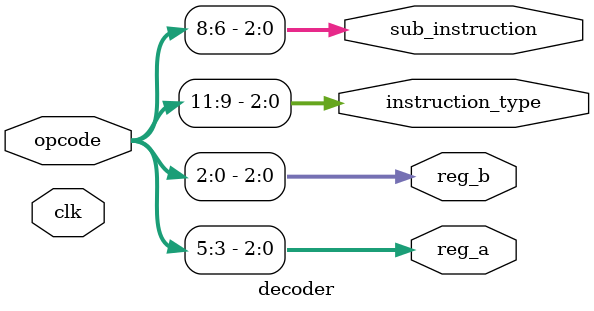
<source format=sv>
`ifndef DECODER_V
`define DECODER_V

`include "src/instructions.sv"

module decoder (
        input clk,
        input logic [11:0] opcode,
        output [2:0] reg_a,
        output [2:0] reg_b,
        output [2:0] instruction_type,
        output [2:0] sub_instruction
    );
    assign instruction_type = opcode[11:9];
    assign sub_instruction = opcode[8:6];
    assign reg_a = opcode[5:3];
    assign reg_b = opcode[2:0];

endmodule

`endif

</source>
